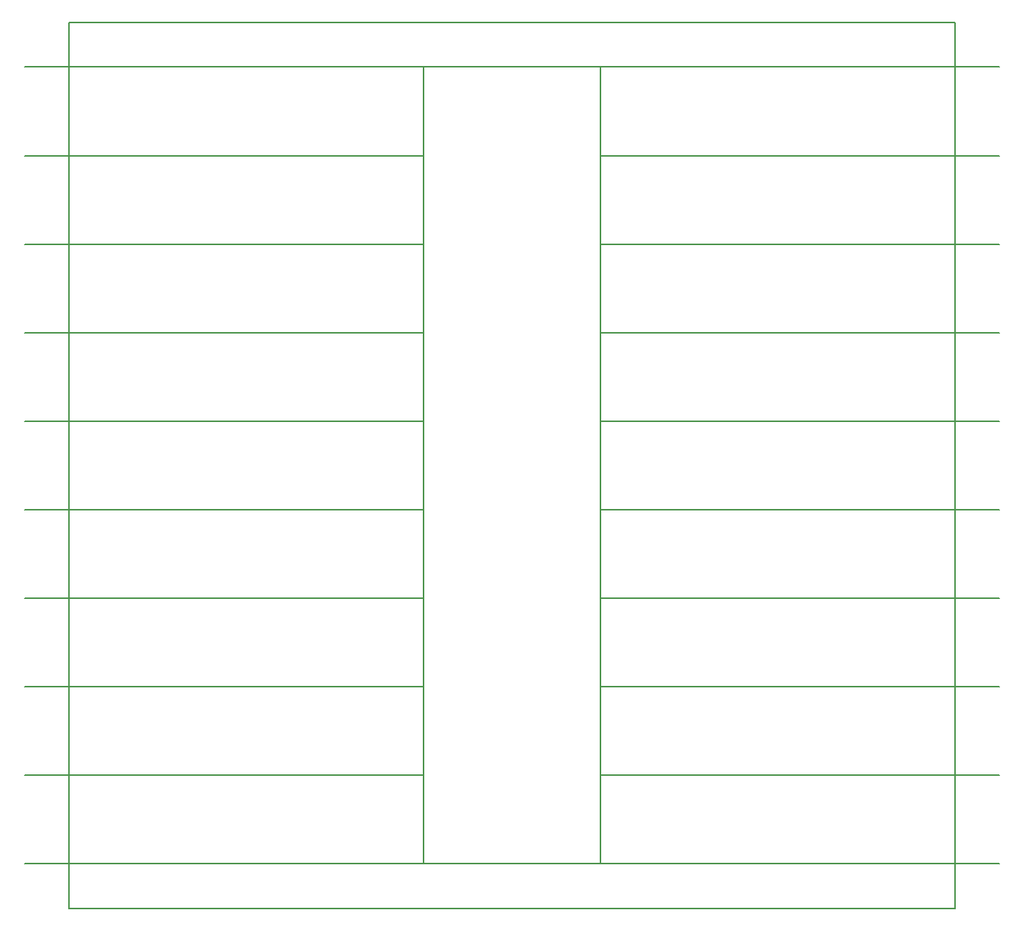
<source format=gbr>
G04 #@! TF.GenerationSoftware,KiCad,Pcbnew,(5.0.2)-1*
G04 #@! TF.CreationDate,2019-05-18T23:58:48-05:00*
G04 #@! TF.ProjectId,pixelote,70697865-6c6f-4746-952e-6b696361645f,rev?*
G04 #@! TF.SameCoordinates,Original*
G04 #@! TF.FileFunction,Profile,NP*
%FSLAX46Y46*%
G04 Gerber Fmt 4.6, Leading zero omitted, Abs format (unit mm)*
G04 Created by KiCad (PCBNEW (5.0.2)-1) date 5/18/2019 11:58:48 PM*
%MOMM*%
%LPD*%
G01*
G04 APERTURE LIST*
%ADD10C,0.150000*%
%ADD11C,0.200000*%
G04 APERTURE END LIST*
D10*
X150000000Y-130000000D02*
X195000000Y-130000000D01*
X150000000Y-120000000D02*
X195000000Y-120000000D01*
X150000000Y-110000000D02*
X195000000Y-110000000D01*
X150000000Y-100000000D02*
X195000000Y-100000000D01*
X150000000Y-90000000D02*
X195000000Y-90000000D01*
X150000000Y-80000000D02*
X195000000Y-80000000D01*
X150000000Y-70000000D02*
X195000000Y-70000000D01*
X85000000Y-130000000D02*
X130000000Y-130000000D01*
X85000000Y-120000000D02*
X130000000Y-120000000D01*
X85000000Y-110000000D02*
X130000000Y-110000000D01*
X85000000Y-100000000D02*
X130000000Y-100000000D01*
X85000000Y-90000000D02*
X130000000Y-90000000D01*
X85000000Y-80000000D02*
X130000000Y-80000000D01*
X85000000Y-70000000D02*
X130000000Y-70000000D01*
X150000000Y-60000000D02*
X195000000Y-60000000D01*
D11*
X130000000Y-140000000D02*
X130000000Y-50000000D01*
X150000000Y-50000000D02*
X150000000Y-140000000D01*
D10*
X85000000Y-140000000D02*
X195000000Y-140000000D01*
X85000000Y-60000000D02*
X130000000Y-60000000D01*
X85000000Y-50000000D02*
X195000000Y-50000000D01*
X90000000Y-145000000D02*
X190000000Y-145000000D01*
X90000000Y-45000000D02*
X190000000Y-45000000D01*
X90000000Y-45000000D02*
X90000000Y-145000000D01*
X190000000Y-45000000D02*
X190000000Y-145000000D01*
M02*

</source>
